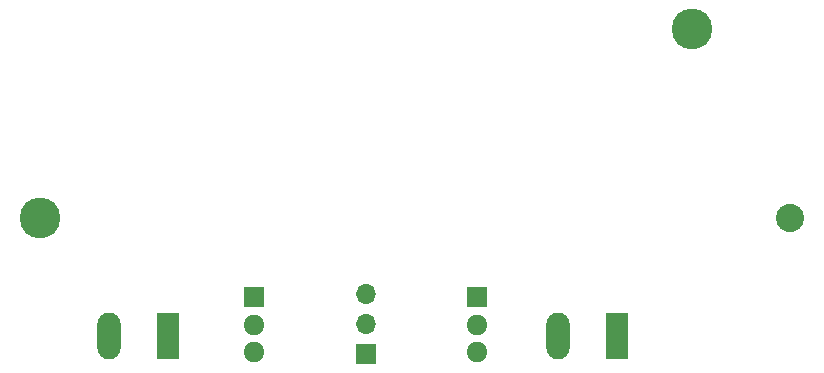
<source format=gbr>
%TF.GenerationSoftware,KiCad,Pcbnew,7.0.7*%
%TF.CreationDate,2023-11-29T00:46:18-05:00*%
%TF.ProjectId,charge_deployment,63686172-6765-45f6-9465-706c6f796d65,rev?*%
%TF.SameCoordinates,Original*%
%TF.FileFunction,Soldermask,Bot*%
%TF.FilePolarity,Negative*%
%FSLAX46Y46*%
G04 Gerber Fmt 4.6, Leading zero omitted, Abs format (unit mm)*
G04 Created by KiCad (PCBNEW 7.0.7) date 2023-11-29 00:46:18*
%MOMM*%
%LPD*%
G01*
G04 APERTURE LIST*
%ADD10R,1.800000X1.717500*%
%ADD11O,1.800000X1.717500*%
%ADD12R,1.980000X3.960000*%
%ADD13O,1.980000X3.960000*%
%ADD14C,2.390000*%
%ADD15C,3.450000*%
%ADD16R,1.700000X1.700000*%
%ADD17O,1.700000X1.700000*%
G04 APERTURE END LIST*
D10*
%TO.C,Q1*%
X151880000Y-95710000D03*
D11*
X151880000Y-98000000D03*
X151880000Y-100290000D03*
%TD*%
D12*
%TO.C,J2*%
X163765000Y-99000000D03*
D13*
X158765000Y-99000000D03*
%TD*%
D14*
%TO.C,BT1*%
X178430000Y-89000000D03*
D15*
X170100000Y-73000000D03*
X114900000Y-89000000D03*
%TD*%
D10*
%TO.C,Q2*%
X133000000Y-95710000D03*
D11*
X133000000Y-98000000D03*
X133000000Y-100290000D03*
%TD*%
D12*
%TO.C,J3*%
X125765000Y-99000000D03*
D13*
X120765000Y-99000000D03*
%TD*%
D16*
%TO.C,J1*%
X142500000Y-100500000D03*
D17*
X142500000Y-97960000D03*
X142500000Y-95420000D03*
%TD*%
M02*

</source>
